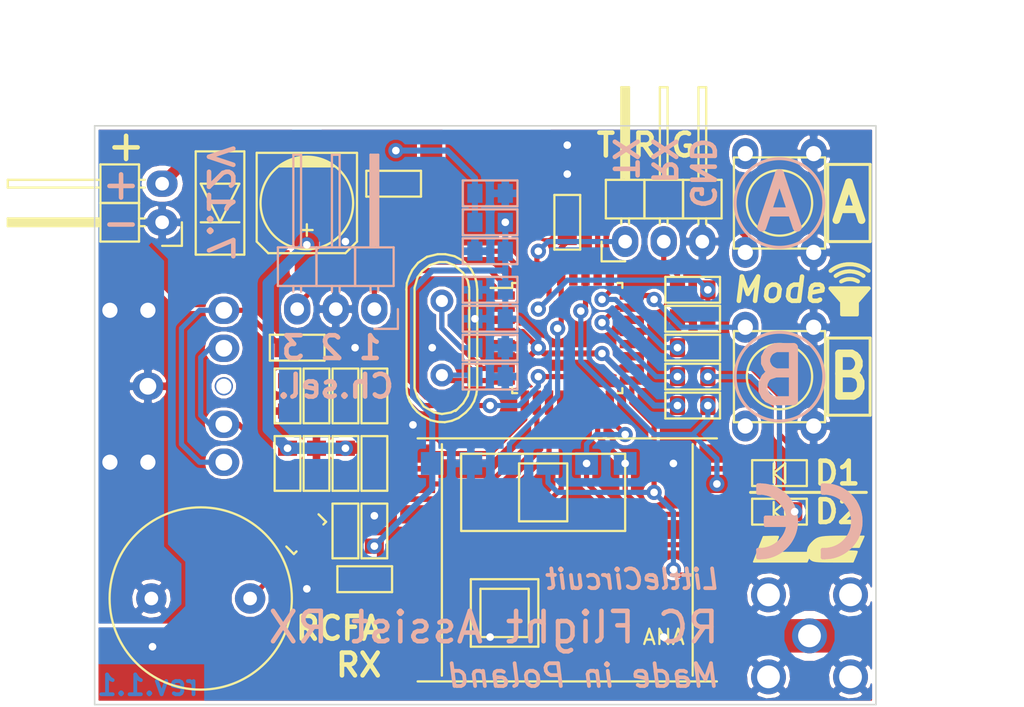
<source format=kicad_pcb>
(kicad_pcb (version 4) (host pcbnew 4.0.7)
  (layers (0 F.Cu signal) (31 B.Cu signal) (34 B.Paste user) (35 F.Paste user) (36 B.SilkS user) (37 F.SilkS user) (38 B.Mask user) (39 F.Mask user) (44 Edge.Cuts user))
  (net 0 "")
  (net 1 +BATT)
  (net 2 GND)
  (net 3 +3V3)
  (net 4 "Net-(D2-Pad2)")
  (net 5 MISO)
  (net 6 INT_FNE)
  (net 7 INT_MR)
  (net 8 INT_PS)
  (net 9 RESET)
  (net 10 SCK)
  (net 11 MOSI)
  (net 12 SS)
  (net 13 FQ_1)
  (net 14 FQ_2)
  (net 15 L_RX)
  (net 16 H_RX)
  (net 17 BUZZER)
  (net 18 "Net-(R2-Pad1)")
  (net 19 "Net-(D3-Pad2)")
  (net 20 LED_2)
  (net 21 LED_1)
  (net 22 BTN_2)
  (net 23 BTN_1)
  (net 24 XTAL1)
  (net 25 XTAL2)
  (net 26 /ANA)
  (net 27 RST)
  (net 28 "Net-(D1-Pad2)")
  (net 29 TX)
  (net 30 "Net-(C10-Pad2)")
  (net 31 "Net-(C9-Pad1)")
  (net 32 "Net-(C10-Pad1)")
  (net 33 AMPL)
  (net 34 "Net-(C12-Pad1)")
  (net 35 "Net-(C12-Pad2)")
  (module Footprints:B3F_10XX (layer F.Cu) (at 151.765 81.28 270)
    (fp_text reference S2)
    (fp_text value SM612A hide)
    (pad 1 thru_hole oval (at -3.25 -2.25 270) (size 2.032 1.7272) (drill 1) (layers *.Cu B.Mask) (net 2 GND))
    (pad 2 thru_hole oval (at 3.25 -2.25 270) (size 2.032 1.7272) (drill 1) (layers *.Cu B.Mask) (net 2 GND))
    (pad 3 thru_hole oval (at 3.25 2.25 270) (size 2.032 1.7272) (drill 1) (layers *.Cu B.Mask))
    (pad 4 thru_hole oval (at -3.25 2.25 270) (size 2.032 1.7272) (drill 1) (layers *.Cu B.Mask) (net 22 BTN_2))
  )
  (module Footprints:C_0805 (layer F.Cu) (at 123.19 91.44 270)
    (fp_text reference C12 hide)
    (fp_text value 10uF)
    (pad 1 smd rect (at -1 0 270) (size 1 1.25) (layers F.Cu F.Paste F.Mask) (net 34 "Net-(C12-Pad1)"))
    (pad 2 smd rect (at 1 0 270) (size 1 1.25) (layers F.Cu F.Paste F.Mask) (net 35 "Net-(C12-Pad2)"))
  )
  (module Footprints:JC-128 (layer F.Cu) (at 115.185 81.915 90)
    (fp_text reference U3 hide)
    (fp_text value JC-128)
    (pad "" thru_hole circle (at 0 0 90) (size 1.2 1.2) (drill 1) (layers *.Cu))
    (pad 3 thru_hole oval (at -2.5 0 90) (size 1.8 2.032) (drill 1.1) (layers *.Cu B.Mask) (net 33 AMPL))
    (pad 4 thru_hole oval (at 2.5 0 90) (size 1.8 2.032) (drill 1.1) (layers *.Cu B.Mask) (net 33 AMPL))
    (pad 5 thru_hole oval (at 5 0 90) (size 1.8 2.032) (drill 1.1) (layers *.Cu B.Mask) (net 30 "Net-(C10-Pad2)"))
    (pad 2 thru_hole oval (at -5 0 90) (size 1.8 2.032) (drill 1.1) (layers *.Cu B.Mask) (net 30 "Net-(C10-Pad2)"))
    (pad 1 thru_hole oval (at 0 -5 90) (size 1.8 2.032) (drill 1.1) (layers *.Cu B.Mask) (net 2 GND))
    (pad 1 thru_hole circle (at -5 -5 90) (size 1.2 1.2) (drill 1) (layers *.Cu) (net 2 GND))
    (pad 1 thru_hole circle (at 5 -5 90) (size 1.2 1.2) (drill 1) (layers *.Cu) (net 2 GND))
    (pad 1 thru_hole circle (at -5 -7.5 90) (size 1.2 1.2) (drill 1) (layers *.Cu) (net 2 GND))
    (pad 1 thru_hole circle (at 5 -7.5 90) (size 1.2 1.2) (drill 1) (layers *.Cu) (net 2 GND))
  )
  (module Crystals:Crystal_HC49-U_Vertical (layer F.Cu) (at 129.54 78.74 270)
    (fp_text reference Y1 hide)
    (fp_text value 11.0592MHz)
    (pad 1 thru_hole circle (at -2.44094 0 270) (size 1.5 1.5) (drill 0.8001) (layers *.Cu B.Mask) (net 24 XTAL1))
    (pad 2 thru_hole circle (at 2.44094 0 270) (size 1.5 1.5) (drill 0.8001) (layers *.Cu B.Mask) (net 25 XTAL2))
  )
  (module Capacitors_SMD:c_elec_6.3x5.3 (layer F.Cu) (at 120.65 69.85 270)
    (fp_text reference C11 hide)
    (fp_text value 100uF)
    (pad 1 smd rect (at 2.75082 0 270) (size 3.59918 1.6002) (layers F.Cu F.Paste F.Mask) (net 1 +BATT))
    (pad 2 smd rect (at -2.75082 0 270) (size 3.59918 1.6002) (layers F.Cu F.Paste F.Mask) (net 2 GND))
  )
  (module Footprints:C_0805 (layer B.Cu) (at 132.715 77.47 180)
    (fp_text reference C1 hide)
    (fp_text value 100nF)
    (pad 1 smd rect (at -1 0 180) (size 1 1.25) (layers B.Cu B.Paste B.Mask) (net 3 +3V3))
    (pad 2 smd rect (at 1 0 180) (size 1 1.25) (layers B.Cu B.Paste B.Mask) (net 2 GND))
  )
  (module Footprints:LM317_DPAK (layer F.Cu) (at 130.81 68.58 270)
    (fp_text reference U1 hide)
    (fp_text value LM317D)
    (pad 3 smd rect (at 2.18 4.3 270) (size 1.55 2.78) (layers F.Cu F.Paste F.Mask) (net 1 +BATT))
    (pad 2 smd rect (at 0 -2.335 270) (size 6.74 6.73) (layers F.Cu F.Paste F.Mask) (net 3 +3V3))
    (pad 1 smd rect (at -2.18 4.3 270) (size 1.55 2.78) (layers F.Cu F.Paste F.Mask) (net 18 "Net-(R2-Pad1)"))
  )
  (module Footprints:R_0805 (layer B.Cu) (at 132.715 71.12 180)
    (fp_text reference R3 hide)
    (fp_text value 240)
    (pad 1 smd rect (at -1 0 180) (size 1 1.25) (layers B.Cu B.Paste B.Mask) (net 3 +3V3))
    (pad 2 smd rect (at 1 0 180) (size 1 1.25) (layers B.Cu B.Paste B.Mask) (net 18 "Net-(R2-Pad1)"))
  )
  (module Pin_Headers:Pin_Header_Angled_1x02 (layer F.Cu) (at 111.125 71.12 180)
    (fp_text reference P1 hide)
    (fp_text value CONN_01X02 hide)
    (pad 1 thru_hole oval (at 0 0 180) (size 2.032 1.7272) (drill 0.9) (layers *.Cu *.Mask) (net 2 GND))
    (pad 2 thru_hole oval (at 0 2.54 180) (size 2.032 1.7272) (drill 0.9) (layers *.Cu *.Mask) (net 28 "Net-(D1-Pad2)"))
  )
  (module Housings_QFP:TQFP-32_7x7mm_Pitch0.8mm (layer F.Cu) (at 137.795 78.74)
    (fp_text reference IC1 hide)
    (fp_text value ATMEGA168PA-A)
    (pad 1 smd rect (at -4.25 -2.8) (size 1.6 0.55) (layers F.Cu F.Paste F.Mask) (net 13 FQ_1))
    (pad 2 smd rect (at -4.25 -2) (size 1.6 0.55) (layers F.Cu F.Paste F.Mask))
    (pad 3 smd rect (at -4.25 -1.2) (size 1.6 0.55) (layers F.Cu F.Paste F.Mask) (net 2 GND))
    (pad 4 smd rect (at -4.25 -0.4) (size 1.6 0.55) (layers F.Cu F.Paste F.Mask) (net 3 +3V3))
    (pad 5 smd rect (at -4.25 0.4) (size 1.6 0.55) (layers F.Cu F.Paste F.Mask) (net 2 GND))
    (pad 6 smd rect (at -4.25 1.2) (size 1.6 0.55) (layers F.Cu F.Paste F.Mask) (net 3 +3V3))
    (pad 7 smd rect (at -4.25 2) (size 1.6 0.55) (layers F.Cu F.Paste F.Mask) (net 24 XTAL1))
    (pad 8 smd rect (at -4.25 2.8) (size 1.6 0.55) (layers F.Cu F.Paste F.Mask) (net 25 XTAL2))
    (pad 9 smd rect (at -2.8 4.25 90) (size 1.6 0.55) (layers F.Cu F.Paste F.Mask) (net 9 RESET))
    (pad 10 smd rect (at -2 4.25 90) (size 1.6 0.55) (layers F.Cu F.Paste F.Mask) (net 8 INT_PS))
    (pad 11 smd rect (at -1.2 4.25 90) (size 1.6 0.55) (layers F.Cu F.Paste F.Mask) (net 6 INT_FNE))
    (pad 12 smd rect (at -0.4 4.25 90) (size 1.6 0.55) (layers F.Cu F.Paste F.Mask) (net 7 INT_MR))
    (pad 13 smd rect (at 0.4 4.25 90) (size 1.6 0.55) (layers F.Cu F.Paste F.Mask) (net 17 BUZZER))
    (pad 14 smd rect (at 1.2 4.25 90) (size 1.6 0.55) (layers F.Cu F.Paste F.Mask))
    (pad 15 smd rect (at 2 4.25 90) (size 1.6 0.55) (layers F.Cu F.Paste F.Mask) (net 11 MOSI))
    (pad 16 smd rect (at 2.8 4.25 90) (size 1.6 0.55) (layers F.Cu F.Paste F.Mask) (net 5 MISO))
    (pad 17 smd rect (at 4.25 2.8) (size 1.6 0.55) (layers F.Cu F.Paste F.Mask) (net 10 SCK))
    (pad 18 smd rect (at 4.25 2) (size 1.6 0.55) (layers F.Cu F.Paste F.Mask) (net 3 +3V3))
    (pad 19 smd rect (at 4.25 1.2) (size 1.6 0.55) (layers F.Cu F.Paste F.Mask))
    (pad 20 smd rect (at 4.25 0.4) (size 1.6 0.55) (layers F.Cu F.Paste F.Mask))
    (pad 21 smd rect (at 4.25 -0.4) (size 1.6 0.55) (layers F.Cu F.Paste F.Mask) (net 2 GND))
    (pad 22 smd rect (at 4.25 -1.2) (size 1.6 0.55) (layers F.Cu F.Paste F.Mask))
    (pad 23 smd rect (at 4.25 -2) (size 1.6 0.55) (layers F.Cu F.Paste F.Mask) (net 21 LED_1))
    (pad 24 smd rect (at 4.25 -2.8) (size 1.6 0.55) (layers F.Cu F.Paste F.Mask) (net 22 BTN_2))
    (pad 25 smd rect (at 2.8 -4.25 90) (size 1.6 0.55) (layers F.Cu F.Paste F.Mask) (net 20 LED_2))
    (pad 26 smd rect (at 2 -4.25 90) (size 1.6 0.55) (layers F.Cu F.Paste F.Mask) (net 23 BTN_1))
    (pad 27 smd rect (at 1.2 -4.25 90) (size 1.6 0.55) (layers F.Cu F.Paste F.Mask) (net 12 SS))
    (pad 28 smd rect (at 0.4 -4.25 90) (size 1.6 0.55) (layers F.Cu F.Paste F.Mask))
    (pad 29 smd rect (at -0.4 -4.25 90) (size 1.6 0.55) (layers F.Cu F.Paste F.Mask) (net 27 RST))
    (pad 30 smd rect (at -1.2 -4.25 90) (size 1.6 0.55) (layers F.Cu F.Paste F.Mask) (net 15 L_RX))
    (pad 31 smd rect (at -2 -4.25 90) (size 1.6 0.55) (layers F.Cu F.Paste F.Mask) (net 29 TX))
    (pad 32 smd rect (at -2.8 -4.25 90) (size 1.6 0.55) (layers F.Cu F.Paste F.Mask) (net 14 FQ_2))
  )
  (module Pin_Headers:Pin_Header_Angled_1x03 (layer B.Cu) (at 125.095 76.835 90)
    (fp_text reference P3 hide)
    (fp_text value CONN_01X03 hide)
    (pad 1 thru_hole oval (at 0 0 90) (size 2.032 1.7272) (drill 0.9) (layers *.Cu F.Mask) (net 13 FQ_1))
    (pad 2 thru_hole oval (at 0 -2.54 90) (size 2.032 1.7272) (drill 0.9) (layers *.Cu F.Mask) (net 2 GND))
    (pad 3 thru_hole oval (at 0 -5.08 90) (size 2.032 1.7272) (drill 0.9) (layers *.Cu F.Mask) (net 14 FQ_2))
  )
  (module Pin_Headers:Pin_Header_Angled_1x03 (layer F.Cu) (at 141.605 72.39 90)
    (fp_text reference P2 hide)
    (fp_text value CONN_01X03 hide)
    (pad 1 thru_hole oval (at 0 0 90) (size 2.032 1.7272) (drill 0.9) (layers *.Cu B.Mask) (net 29 TX))
    (pad 2 thru_hole oval (at 0 2.54 90) (size 2.032 1.7272) (drill 0.9) (layers *.Cu B.Mask) (net 16 H_RX))
    (pad 3 thru_hole oval (at 0 5.08 90) (size 2.032 1.7272) (drill 0.9) (layers *.Cu B.Mask) (net 2 GND))
  )
  (module Footprints:1Pin (layer F.Cu) (at 153.741 98.345)
    (fp_text reference P4 hide)
    (fp_text value CONN_01X01 hide)
    (pad 1 smd rect (at 0 0) (size 6.5 2.2) (layers F.Cu F.Mask) (net 26 /ANA) (clearance 0.5))
  )
  (module Footprints:1Pin (layer F.Cu) (at 139.065 86.995)
    (fp_text reference P6 hide)
    (fp_text value CONN_01X01 hide)
    (pad 1 smd rect (at 0 0) (size 1.5 1.5) (layers B.Cu B.Mask) (net 5 MISO))
  )
  (module Footprints:1Pin (layer F.Cu) (at 141.605 86.995)
    (fp_text reference P7 hide)
    (fp_text value CONN_01X01 hide)
    (pad 1 smd rect (at 0 0) (size 1.5 1.5) (layers B.Cu B.Mask) (net 11 MOSI))
  )
  (module Footprints:1Pin (layer F.Cu) (at 136.525 86.995)
    (fp_text reference P8 hide)
    (fp_text value CONN_01X01 hide)
    (pad 1 smd rect (at 0 0) (size 1.5 1.5) (layers B.Cu B.Mask) (net 10 SCK))
  )
  (module Footprints:1Pin (layer F.Cu) (at 133.985 86.995)
    (fp_text reference P9 hide)
    (fp_text value CONN_01X01 hide)
    (pad 1 smd rect (at 0 0) (size 1.5 1.5) (layers B.Cu B.Mask) (net 27 RST))
  )
  (module Footprints:1Pin (layer F.Cu) (at 128.905 86.995)
    (fp_text reference P10 hide)
    (fp_text value CONN_01X01 hide)
    (pad 1 smd rect (at 0 0) (size 1.5 1.5) (layers B.Cu B.Mask) (net 3 +3V3))
  )
  (module Footprints:1Pin (layer F.Cu) (at 131.445 86.995)
    (fp_text reference P11 hide)
    (fp_text value CONN_01X01 hide)
    (pad 1 smd rect (at 0 0) (size 1.5 1.5) (layers B.Cu B.Mask) (net 2 GND))
  )
  (module Footprints:B3F_10XX (layer F.Cu) (at 151.765 69.85 270)
    (fp_text reference S1)
    (fp_text value SM612A hide)
    (pad 1 thru_hole oval (at -3.25 -2.25 270) (size 2.032 1.7272) (drill 1) (layers *.Cu B.Mask) (net 2 GND))
    (pad 2 thru_hole oval (at 3.25 -2.25 270) (size 2.032 1.7272) (drill 1) (layers *.Cu B.Mask) (net 2 GND))
    (pad 3 thru_hole oval (at 3.25 2.25 270) (size 2.032 1.7272) (drill 1) (layers *.Cu B.Mask) (net 23 BTN_1))
    (pad 4 thru_hole oval (at -3.25 2.25 270) (size 2.032 1.7272) (drill 1) (layers *.Cu B.Mask))
  )
  (module Footprints:BUZZER_12x6.5 (layer F.Cu) (at 113.665 95.885 180)
    (fp_text reference SP1)
    (fp_text value "LD-BZEN-1212 6-15V" hide)
    (pad 1 thru_hole circle (at -3.25 0 180) (size 2 2) (drill 0.9) (layers *.Cu B.Mask) (net 35 "Net-(C12-Pad2)"))
    (pad 2 thru_hole circle (at 3.25 0 180) (size 2 2) (drill 0.9) (layers *.Cu B.Mask) (net 2 GND))
  )
  (module Footprints:1Pin (layer F.Cu) (at 144.78 86.995)
    (fp_text reference P18 hide)
    (fp_text value CONN_01X01 hide)
    (pad 1 thru_hole circle (at 0 0) (size 0.7 0.7) (drill 0.5) (layers *.Cu) (net 2 GND))
  )
  (module Footprints:1Pin (layer F.Cu) (at 132.715 98.425)
    (fp_text reference P19 hide)
    (fp_text value CONN_01X01 hide)
    (pad 1 thru_hole circle (at 0 0) (size 0.7 0.7) (drill 0.5) (layers *.Cu) (net 2 GND))
  )
  (module Footprints:1Pin (layer F.Cu) (at 144.145 98.425)
    (fp_text reference P20 hide)
    (fp_text value CONN_01X01 hide)
    (pad 1 thru_hole circle (at 0 0) (size 0.7 0.7) (drill 0.5) (layers *.Cu) (net 2 GND))
  )
  (module Footprints:1Pin (layer F.Cu) (at 123.825 79.375)
    (fp_text reference P21 hide)
    (fp_text value CONN_01X01 hide)
    (pad 1 thru_hole circle (at 0 0) (size 0.7 0.7) (drill 0.5) (layers *.Cu) (net 2 GND))
  )
  (module Footprints:1Pin (layer F.Cu) (at 123.825 93.98)
    (fp_text reference P22 hide)
    (fp_text value CONN_01X01 hide)
    (pad 1 thru_hole circle (at 1.27 -3.54) (size 0.7 0.7) (drill 0.5) (layers *.Cu) (net 2 GND))
  )
  (module Footprints:1Pin (layer F.Cu) (at 127.635 84.455)
    (fp_text reference P23 hide)
    (fp_text value CONN_01X01 hide)
    (pad 1 thru_hole circle (at 0 0) (size 0.7 0.7) (drill 0.5) (layers *.Cu) (net 2 GND))
  )
  (module Footprints:1Pin (layer F.Cu) (at 110.49 99.06)
    (fp_text reference P5 hide)
    (fp_text value CONN_01X01 hide)
    (pad 1 thru_hole circle (at 0 0) (size 0.7 0.7) (drill 0.5) (layers *.Cu) (net 2 GND))
  )
  (module Footprints:1Pin (layer F.Cu) (at 120.65 95.25)
    (fp_text reference P24 hide)
    (fp_text value CONN_01X01 hide)
    (pad 1 thru_hole circle (at 0 0) (size 0.7 0.7) (drill 0.5) (layers *.Cu) (net 2 GND))
  )
  (module Footprints:1Pin (layer F.Cu) (at 123.19 72.39)
    (fp_text reference P26 hide)
    (fp_text value CONN_01X01 hide)
    (pad 1 thru_hole circle (at 0 0) (size 0.7 0.7) (drill 0.5) (layers *.Cu) (net 2 GND))
  )
  (module Footprints:1Pin (layer F.Cu) (at 137.795 66.04)
    (fp_text reference P27 hide)
    (fp_text value CONN_01X01 hide)
    (pad 1 thru_hole circle (at 0 0) (size 0.7 0.7) (drill 0.5) (layers *.Cu) (net 2 GND))
  )
  (module Footprints:1Pin (layer F.Cu) (at 130.175 77.47)
    (fp_text reference P28 hide)
    (fp_text value CONN_01X01 hide)
    (pad 1 thru_hole circle (at 1.54 0) (size 0.7 0.7) (drill 0.5) (layers *.Cu) (net 2 GND) (clearance 0.5))
  )
  (module Footprints:1Pin (layer F.Cu) (at 128.905 79.375)
    (fp_text reference P29 hide)
    (fp_text value CONN_01X01 hide)
    (pad 1 thru_hole circle (at 0 0) (size 0.7 0.7) (drill 0.5) (layers *.Cu) (net 2 GND))
  )
  (module Footprints:1Pin (layer F.Cu) (at 137.795 67.945)
    (fp_text reference P30 hide)
    (fp_text value CONN_01X01 hide)
    (pad 1 thru_hole circle (at 0 0) (size 0.7 0.7) (drill 0.5) (layers *.Cu) (net 2 GND))
  )
  (module Footprints:speaker (layer F.Cu) (at 156.337 75.565 90)
    (fp_text reference G*** hide)
    (fp_text value LOGO hide)
  )
  (module Footprints:lc (layer F.Cu) (at 153.67 92.71)
    (fp_text reference G*** hide)
    (fp_text value LOGO hide)
  )
  (module Footprints:C_0805 (layer B.Cu) (at 132.715 75.565 180)
    (fp_text reference C2 hide)
    (fp_text value 1uF)
    (pad 1 smd rect (at -1 0 180) (size 1 1.25) (layers B.Cu B.Paste B.Mask) (net 3 +3V3))
    (pad 2 smd rect (at 1 0 180) (size 1 1.25) (layers B.Cu B.Paste B.Mask) (net 2 GND))
  )
  (module Footprints:C_0805 (layer B.Cu) (at 132.715 79.375 180)
    (fp_text reference C3 hide)
    (fp_text value 22pF)
    (pad 1 smd rect (at -1 0 180) (size 1 1.25) (layers B.Cu B.Paste B.Mask) (net 2 GND))
    (pad 2 smd rect (at 1 0 180) (size 1 1.25) (layers B.Cu B.Paste B.Mask) (net 24 XTAL1))
  )
  (module Footprints:C_0805 (layer B.Cu) (at 132.715 81.28 180)
    (fp_text reference C4 hide)
    (fp_text value 22pF)
    (pad 1 smd rect (at -1 0 180) (size 1 1.25) (layers B.Cu B.Paste B.Mask) (net 2 GND))
    (pad 2 smd rect (at 1 0 180) (size 1 1.25) (layers B.Cu B.Paste B.Mask) (net 25 XTAL2))
  )
  (module Footprints:C_0805 (layer F.Cu) (at 126.365 68.58)
    (fp_text reference C5 hide)
    (fp_text value 100nF)
    (pad 1 smd rect (at -1 0) (size 1 1.25) (layers F.Cu F.Paste F.Mask) (net 1 +BATT))
    (pad 2 smd rect (at 1 0) (size 1 1.25) (layers F.Cu F.Paste F.Mask) (net 2 GND))
  )
  (module Footprints:C_0805 (layer B.Cu) (at 132.715 73.025 180)
    (fp_text reference C6 hide)
    (fp_text value 100nF)
    (pad 1 smd rect (at -1 0 180) (size 1 1.25) (layers B.Cu B.Paste B.Mask) (net 3 +3V3))
    (pad 2 smd rect (at 1 0 180) (size 1 1.25) (layers B.Cu B.Paste B.Mask) (net 2 GND))
  )
  (module Footprints:C_0805 (layer F.Cu) (at 125.095 91.44 270)
    (fp_text reference C7 hide)
    (fp_text value 1uF)
    (pad 1 smd rect (at -1 0 270) (size 1 1.25) (layers F.Cu F.Paste F.Mask) (net 2 GND))
    (pad 2 smd rect (at 1 0 270) (size 1 1.25) (layers F.Cu F.Paste F.Mask) (net 3 +3V3))
  )
  (module Footprints:C_0805 (layer F.Cu) (at 124.46 94.615)
    (fp_text reference C8 hide)
    (fp_text value 100nF)
    (pad 1 smd rect (at -1 0) (size 1 1.25) (layers F.Cu F.Paste F.Mask) (net 2 GND))
    (pad 2 smd rect (at 1 0) (size 1 1.25) (layers F.Cu F.Paste F.Mask) (net 3 +3V3))
  )
  (module Footprints:C_0805 (layer F.Cu) (at 123.19 82.55 90)
    (fp_text reference C9 hide)
    (fp_text value 220nF)
    (pad 1 smd rect (at -1 0 90) (size 1 1.25) (layers F.Cu F.Paste F.Mask) (net 31 "Net-(C9-Pad1)"))
    (pad 2 smd rect (at 1 0 90) (size 1 1.25) (layers F.Cu F.Paste F.Mask) (net 2 GND))
  )
  (module Footprints:C_0805 (layer F.Cu) (at 120.015 79.375 180)
    (fp_text reference C10 hide)
    (fp_text value 1uF)
    (pad 1 smd rect (at -1 0 180) (size 1 1.25) (layers F.Cu F.Paste F.Mask) (net 32 "Net-(C10-Pad1)"))
    (pad 2 smd rect (at 1 0 180) (size 1 1.25) (layers F.Cu F.Paste F.Mask) (net 30 "Net-(C10-Pad2)"))
  )
  (module Footprints:C_0805 (layer F.Cu) (at 119.38 82.55 270)
    (fp_text reference C13 hide)
    (fp_text value 220nF)
    (pad 1 smd rect (at -1 0 270) (size 1 1.25) (layers F.Cu F.Paste F.Mask) (net 32 "Net-(C10-Pad1)"))
    (pad 2 smd rect (at 1 0 270) (size 1 1.25) (layers F.Cu F.Paste F.Mask) (net 2 GND))
  )
  (module Footprints:R_0805 (layer F.Cu) (at 137.795 71.12 270)
    (fp_text reference R1 hide)
    (fp_text value 10K)
    (pad 1 smd rect (at -1 0 270) (size 1 1.25) (layers F.Cu F.Paste F.Mask) (net 3 +3V3))
    (pad 2 smd rect (at 1 0 270) (size 1 1.25) (layers F.Cu F.Paste F.Mask) (net 27 RST))
  )
  (module Footprints:R_0805 (layer B.Cu) (at 132.715 69.215)
    (fp_text reference R2 hide)
    (fp_text value 390)
    (pad 1 smd rect (at -1 0) (size 1 1.25) (layers B.Cu B.Paste B.Mask) (net 18 "Net-(R2-Pad1)"))
    (pad 2 smd rect (at 1 0) (size 1 1.25) (layers B.Cu B.Paste B.Mask) (net 2 GND))
  )
  (module Footprints:R_0805 (layer F.Cu) (at 119.38 86.995 270)
    (fp_text reference R4 hide)
    (fp_text value 300K)
    (pad 1 smd rect (at -1 0 270) (size 1 1.25) (layers F.Cu F.Paste F.Mask) (net 1 +BATT))
    (pad 2 smd rect (at 1 0 270) (size 1 1.25) (layers F.Cu F.Paste F.Mask) (net 33 AMPL))
  )
  (module Footprints:R_0805 (layer F.Cu) (at 146.05 81.28 180)
    (fp_text reference R5 hide)
    (fp_text value 130)
    (pad 1 smd rect (at -1 0 180) (size 1 1.25) (layers F.Cu F.Paste F.Mask) (net 4 "Net-(D2-Pad2)"))
    (pad 2 smd rect (at 1 0 180) (size 1 1.25) (layers F.Cu F.Paste F.Mask) (net 21 LED_1))
  )
  (module Footprints:R_0805 (layer F.Cu) (at 146.05 79.375 180)
    (fp_text reference R6 hide)
    (fp_text value 130)
    (pad 1 smd rect (at -1 0 180) (size 1 1.25) (layers F.Cu F.Paste F.Mask) (net 19 "Net-(D3-Pad2)"))
    (pad 2 smd rect (at 1 0 180) (size 1 1.25) (layers F.Cu F.Paste F.Mask) (net 20 LED_2))
  )
  (module Footprints:R_0805 (layer F.Cu) (at 121.285 86.995 90)
    (fp_text reference R7 hide)
    (fp_text value 12K)
    (pad 1 smd rect (at -1 0 90) (size 1 1.25) (layers F.Cu F.Paste F.Mask) (net 33 AMPL))
    (pad 2 smd rect (at 1 0 90) (size 1 1.25) (layers F.Cu F.Paste F.Mask) (net 2 GND))
  )
  (module Footprints:R_0805 (layer F.Cu) (at 146.05 75.565 180)
    (fp_text reference R8 hide)
    (fp_text value 10K)
    (pad 1 smd rect (at -1 0 180) (size 1 1.25) (layers F.Cu F.Paste F.Mask) (net 15 L_RX))
    (pad 2 smd rect (at 1 0 180) (size 1 1.25) (layers F.Cu F.Paste F.Mask) (net 16 H_RX))
  )
  (module Footprints:R_0805 (layer F.Cu) (at 146.05 77.47 180)
    (fp_text reference R9 hide)
    (fp_text value 20K)
    (pad 1 smd rect (at -1 0 180) (size 1 1.25) (layers F.Cu F.Paste F.Mask) (net 15 L_RX))
    (pad 2 smd rect (at 1 0 180) (size 1 1.25) (layers F.Cu F.Paste F.Mask) (net 2 GND))
  )
  (module Footprints:R_0805 (layer F.Cu) (at 146.05 83.185)
    (fp_text reference R10 hide)
    (fp_text value 10K)
    (pad 1 smd rect (at -1 0) (size 1 1.25) (layers F.Cu F.Paste F.Mask) (net 3 +3V3))
    (pad 2 smd rect (at 1 0) (size 1 1.25) (layers F.Cu F.Paste F.Mask) (net 12 SS))
  )
  (module Footprints:R_0805 (layer F.Cu) (at 121.285 82.55 90)
    (fp_text reference R11 hide)
    (fp_text value 390)
    (pad 1 smd rect (at -1 0 90) (size 1 1.25) (layers F.Cu F.Paste F.Mask) (net 31 "Net-(C9-Pad1)"))
    (pad 2 smd rect (at 1 0 90) (size 1 1.25) (layers F.Cu F.Paste F.Mask) (net 32 "Net-(C10-Pad1)"))
  )
  (module Footprints:R_0805 (layer F.Cu) (at 125.095 82.55 270)
    (fp_text reference R12 hide)
    (fp_text value 390)
    (pad 1 smd rect (at -1 0 270) (size 1 1.25) (layers F.Cu F.Paste F.Mask) (net 17 BUZZER))
    (pad 2 smd rect (at 1 0 270) (size 1 1.25) (layers F.Cu F.Paste F.Mask) (net 31 "Net-(C9-Pad1)"))
  )
  (module Footprints:R_0805 (layer F.Cu) (at 123.19 86.995 90)
    (fp_text reference R13 hide)
    (fp_text value 2K)
    (pad 1 smd rect (at -1 0 90) (size 1 1.25) (layers F.Cu F.Paste F.Mask) (net 34 "Net-(C12-Pad1)"))
    (pad 2 smd rect (at 1 0 90) (size 1 1.25) (layers F.Cu F.Paste F.Mask) (net 1 +BATT))
  )
  (module Footprints:MELF_Standard (layer F.Cu) (at 114.935 69.85 90)
    (fp_text reference D1 hide)
    (fp_text value SM4007)
    (pad 1 smd rect (at -2.4003 0 90) (size 1.50114 2.70002) (layers F.Cu F.Paste F.Mask) (net 1 +BATT))
    (pad 2 smd rect (at 2.4003 0 90) (size 1.50114 2.70002) (layers F.Cu F.Paste F.Mask) (net 28 "Net-(D1-Pad2)"))
  )
  (module Footprints:R_0805 (layer F.Cu) (at 125.095 86.995 270)
    (fp_text reference R14 hide)
    (fp_text value 2K)
    (pad 1 smd rect (at -1 0 270) (size 1 1.25) (layers F.Cu F.Paste F.Mask) (net 1 +BATT))
    (pad 2 smd rect (at 1 0 270) (size 1 1.25) (layers F.Cu F.Paste F.Mask) (net 34 "Net-(C12-Pad1)"))
  )
  (module Footprints:LED_0805 (layer F.Cu) (at 151.765 90.17)
    (fp_text reference D2 hide)
    (fp_text value LED0805W-RD-160)
    (pad 1 smd rect (at -1 0) (size 1 1.25) (layers F.Cu F.Paste F.Mask) (net 2 GND))
    (pad 2 smd rect (at 1 0) (size 1 1.25) (layers F.Cu F.Paste F.Mask) (net 4 "Net-(D2-Pad2)"))
  )
  (module Footprints:LED_0805 (layer F.Cu) (at 151.765 87.63)
    (fp_text reference D3 hide)
    (fp_text value LED0805W-YL-160)
    (pad 1 smd rect (at -1 0) (size 1 1.25) (layers F.Cu F.Paste F.Mask) (net 2 GND))
    (pad 2 smd rect (at 1 0) (size 1 1.25) (layers F.Cu F.Paste F.Mask) (net 19 "Net-(D3-Pad2)"))
  )
  (module Footprints:RFM69HW_SMD (layer F.Cu) (at 137.795 93.345)
    (fp_text reference RFM1 hide)
    (fp_text value RFM69HW)
    (fp_text user ANA (at 6.35 5.08) (layer F.SilkS))
    (pad 4 smd rect (at -9.85 -1) (size 2.3 1.2) (layers F.Cu F.Paste F.Mask) (net 6 INT_FNE))
    (pad 5 smd rect (at -9.85 1) (size 2.3 1.2) (layers F.Cu F.Paste F.Mask))
    (pad 3 smd rect (at -9.85 -3) (size 2.3 1.2) (layers F.Cu F.Paste F.Mask))
    (pad 6 smd rect (at -9.85 3) (size 2.3 1.2) (layers F.Cu F.Paste F.Mask) (net 7 INT_MR))
    (pad 2 smd rect (at -9.85 -5) (size 2.3 1.2) (layers F.Cu F.Paste F.Mask) (net 8 INT_PS))
    (pad 7 smd rect (at -9.85 5) (size 2.3 1.2) (layers F.Cu F.Paste F.Mask))
    (pad 1 smd rect (at -9.85 -7) (size 2.3 1.2) (layers F.Cu F.Paste F.Mask) (net 9 RESET))
    (pad 8 smd rect (at -9.85 7) (size 2.3 1.2) (layers F.Cu F.Paste F.Mask) (net 3 +3V3))
    (pad 9 smd rect (at 9.85 7) (size 2.3 1.2) (layers F.Cu F.Paste F.Mask) (net 2 GND))
    (pad 10 smd rect (at 9.85 5) (size 2.3 1.2) (layers F.Cu F.Paste F.Mask) (net 26 /ANA))
    (pad 11 smd rect (at 9.85 3) (size 2.3 1.2) (layers F.Cu F.Paste F.Mask) (net 2 GND))
    (pad 12 smd rect (at 9.85 1) (size 2.3 1.2) (layers F.Cu F.Paste F.Mask) (net 10 SCK))
    (pad 13 smd rect (at 9.85 -1) (size 2.3 1.2) (layers F.Cu F.Paste F.Mask) (net 5 MISO))
    (pad 14 smd rect (at 9.85 -3) (size 2.3 1.2) (layers F.Cu F.Paste F.Mask) (net 11 MOSI))
    (pad 15 smd rect (at 9.85 -5) (size 2.3 1.2) (layers F.Cu F.Paste F.Mask) (net 12 SS))
    (pad 16 smd rect (at 9.85 -7) (size 2.3 1.2) (layers F.Cu F.Paste F.Mask))
  )
  (module Footprints:SMA90 (layer F.Cu) (at 153.741 98.345 270)
    (fp_text reference J1 hide)
    (fp_text value SMA hide)
    (pad 1 thru_hole circle (at 0 0 270) (size 2.3 2.3) (drill 1.5) (layers *.Cu *.Mask) (net 26 /ANA) (clearance 0.5))
    (pad 3 thru_hole circle (at 2.70002 -2.70002 270) (size 2.3 2.3) (drill 1.5) (layers *.Cu *.Mask) (net 2 GND))
    (pad 2 thru_hole circle (at -2.70002 -2.70002 270) (size 2.3 2.3) (drill 1.5) (layers *.Cu *.Mask) (net 2 GND))
    (pad 5 thru_hole circle (at -2.70002 2.70002 270) (size 2.3 2.3) (drill 1.5) (layers *.Cu *.Mask) (net 2 GND))
    (pad 4 thru_hole circle (at 2.70002 2.70002 270) (size 2.3 2.3) (drill 1.5) (layers *.Cu *.Mask) (net 2 GND))
  )
  (module Footprints:BC847 (layer F.Cu) (at 120.396 91.44 225)
    (fp_text reference Q1 hide)
    (fp_text value BC847B)
    (pad 1 smd rect (at -0.95 1.00076 225) (size 0.8001 0.8001) (layers F.Cu F.Paste F.Mask) (net 33 AMPL))
    (pad 2 smd rect (at 0.95 1.00076 225) (size 0.8001 0.8001) (layers F.Cu F.Paste F.Mask) (net 2 GND))
    (pad 3 smd rect (at 0 -0.99822 225) (size 0.8001 0.8001) (layers F.Cu F.Paste F.Mask) (net 34 "Net-(C12-Pad1)"))
  )
  (module Symbols:Symbol_CE_SilkScreen_5mm (layer B.Cu) (at 153.67 90.805 180)
    (fp_text reference REF** hide)
    (fp_text value Symbol_CE_SilkScreen_5mm hide)
  )
  (gr_line (start 154.94 83.82) (end 157.734 83.82) (angle 90) (layer F.SilkS) (width 0.2))
  (gr_line (start 154.94 78.74) (end 157.734 78.74) (angle 90) (layer F.SilkS) (width 0.2))
  (gr_line (start 154.94 72.39) (end 157.734 72.39) (angle 90) (layer F.SilkS) (width 0.2))
  (gr_line (start 154.94 67.31) (end 157.734 67.31) (angle 90) (layer F.SilkS) (width 0.2))
  (gr_text LittleCircuit (at 147.955 94.615) (layer B.SilkS) (effects (font (size 1.3 1.3) (thickness 0.25) italic) (justify left mirror)))
  (gr_line (start 158.115 64.77) (end 106.68 64.77) (angle 90) (layer Edge.Cuts) (width 0.1))
  (gr_line (start 158.115 102.87) (end 106.68 102.87) (angle 90) (layer Edge.Cuts) (width 0.1))
  (gr_line (start 158.115 102.87) (end 158.115 64.77) (angle 90) (layer Edge.Cuts) (width 0.1))
  (gr_line (start 106.68 64.77) (end 106.68 102.87) (angle 90) (layer Edge.Cuts) (width 0.1))
  (gr_line (start 157.734 83.82) (end 157.734 78.74) (angle 90) (layer F.SilkS) (width 0.2))
  (gr_line (start 154.94 83.82) (end 154.94 78.74) (angle 90) (layer F.SilkS) (width 0.2))
  (gr_line (start 154.94 72.39) (end 154.94 67.31) (angle 90) (layer F.SilkS) (width 0.2))
  (gr_line (start 157.734 67.31) (end 157.734 72.39) (angle 90) (layer F.SilkS) (width 0.2))
  (gr_text "RCFA\nRX" (at 125.73 99.06) (layer F.SilkS) (effects (font (size 1.5 1.5) (thickness 0.3)) (justify right)))
  (gr_text Mode (at 151.765 75.565) (layer F.SilkS) (effects (font (size 1.6 1.6) (thickness 0.3) italic)))
  (gr_text G (at 145.415 66.04) (layer F.SilkS) (effects (font (size 1.5 1.5) (thickness 0.3))))
  (gr_text T (at 140.335 66.04) (layer F.SilkS) (effects (font (size 1.5 1.5) (thickness 0.3))))
  (gr_text R (at 142.875 66.04) (layer F.SilkS) (effects (font (size 1.5 1.5) (thickness 0.3))))
  (gr_circle (center 151.765 81.28) (end 154.686 81.28) (layer B.SilkS) (width 0.2))
  (gr_circle (center 151.765 69.85) (end 154.686 69.85) (layer B.SilkS) (width 0.2))
  (gr_text B (at 151.765 81.28) (layer B.SilkS) (effects (font (size 3.5 3.5) (thickness 0.6)) (justify mirror)))
  (gr_text A (at 151.765 69.85) (layer B.SilkS) (effects (font (size 3.5 3.5) (thickness 0.6)) (justify mirror)))
  (gr_line (start 149.86 88.9) (end 157.48 88.9) (angle 90) (layer F.SilkS) (width 0.2))
  (gr_text 1 (at 125.73 79.375) (layer B.SilkS) (effects (font (size 1.5 1.5) (thickness 0.3)) (justify left mirror)))
  (gr_text 2 (at 123.19 79.375) (layer B.SilkS) (effects (font (size 1.5 1.5) (thickness 0.3)) (justify left mirror)))
  (gr_text 3 (at 120.65 79.375) (layer B.SilkS) (effects (font (size 1.5 1.5) (thickness 0.3)) (justify left mirror)))
  (gr_text Ch.sel. (at 122.555 81.915) (layer B.SilkS) (effects (font (size 1.5 1.5) (thickness 0.3)) (justify mirror)))
  (gr_text GND (at 146.685 65.405 270) (layer B.SilkS) (effects (font (size 1.5 1.5) (thickness 0.3)) (justify right mirror)))
  (gr_text RX (at 144.145 65.405 270) (layer B.SilkS) (effects (font (size 1.5 1.5) (thickness 0.3)) (justify right mirror)))
  (gr_text TX (at 141.605 65.405 270) (layer B.SilkS) (effects (font (size 1.5 1.5) (thickness 0.3)) (justify right mirror)))
  (gr_text + (at 107.315 66.04) (layer F.SilkS) (effects (font (size 2 2) (thickness 0.3)) (justify left)))
  (gr_text + (at 109.855 68.58) (layer B.SilkS) (effects (font (size 2 2) (thickness 0.3)) (justify left mirror)))
  (gr_text 7..12V (at 114.935 69.85 270) (layer B.SilkS) (effects (font (size 1.6 1.6) (thickness 0.3)) (justify mirror)))
  (gr_text - (at 109.855 71.12) (layer B.SilkS) (effects (font (size 2 2) (thickness 0.3)) (justify left mirror)))
  (gr_text rev.1.1 (at 113.665 101.6) (layer B.Cu) (effects (font (size 1.3 1.3) (thickness 0.25)) (justify left mirror)))
  (gr_text A (at 156.337 69.85) (layer F.SilkS) (effects (font (size 2.5 2.5) (thickness 0.5))))
  (gr_text B (at 156.337 81.28) (layer F.SilkS) (effects (font (size 2.8 2.5) (thickness 0.5))))
  (gr_text D1 (at 155.575 87.63) (layer F.SilkS) (effects (font (size 1.5 1.5) (thickness 0.3))))
  (gr_text D2 (at 155.575 90.17) (layer F.SilkS) (effects (font (size 1.5 1.5) (thickness 0.3))))
  (gr_text "Made in Poland" (at 147.955 100.965) (layer B.SilkS) (effects (font (size 1.5 1.5) (thickness 0.25) italic) (justify left mirror)))
  (gr_text "RC Flight Assist RX" (at 147.955 97.79) (layer B.SilkS) (effects (font (size 2 2) (thickness 0.3)) (justify left mirror)))
  (segment (start 125.365 68.58) (end 125.365 69.615) (width 0.75) (layer F.Cu) (net 1))
  (segment (start 125.365 69.615) (end 126.51 70.76) (width 0.75) (layer F.Cu) (net 1))
  (segment (start 120.65 72.60082) (end 122.49082 70.76) (width 0.75) (layer F.Cu) (net 1))
  (segment (start 122.49082 70.76) (end 126.51 70.76) (width 0.75) (layer F.Cu) (net 1))
  (segment (start 119.38 85.995) (end 123.19 85.995) (width 0.75) (layer B.Cu) (net 1))
  (via (at 123.19 85.995) (size 1) (drill 0.5) (layers F.Cu B.Cu) (net 1))
  (segment (start 125.095 85.995) (end 123.19 85.995) (width 0.75) (layer F.Cu) (net 1))
  (segment (start 118.11 84.725) (end 119.38 85.995) (width 0.75) (layer B.Cu) (net 1))
  (via (at 119.38 85.995) (size 1) (drill 0.5) (layers F.Cu B.Cu) (net 1))
  (segment (start 118.11 75.14082) (end 120.65 72.60082) (width 0.75) (layer B.Cu) (net 1))
  (via (at 120.65 72.60082) (size 1) (drill 0.5) (layers F.Cu B.Cu) (net 1))
  (segment (start 118.11 75.14082) (end 118.11 84.725) (width 0.75) (layer B.Cu) (net 1))
  (segment (start 120.65 72.60082) (end 120.29948 72.2503) (width 0.75) (layer F.Cu) (net 1))
  (segment (start 114.935 72.2503) (end 120.29948 72.2503) (width 0.75) (layer F.Cu) (net 1))
  (segment (start 125.46 94.615) (end 125.46 99.425) (width 0.4) (layer F.Cu) (net 3))
  (segment (start 126.38 100.345) (end 127.945 100.345) (width 0.4) (layer F.Cu) (net 3))
  (segment (start 125.46 99.425) (end 126.38 100.345) (width 0.4) (layer F.Cu) (net 3))
  (segment (start 125.46 92.805) (end 125.46 94.615) (width 0.4) (layer F.Cu) (net 3))
  (via (at 145.05 83.185) (size 1) (drill 0.5) (layers F.Cu B.Cu) (net 3))
  (via (at 140.081 79.756) (size 1) (drill 0.5) (layers F.Cu B.Cu) (net 3))
  (segment (start 140.081 79.756) (end 143.51 83.185) (width 0.4) (layer B.Cu) (net 3))
  (segment (start 143.51 83.185) (end 145.05 83.185) (width 0.4) (layer B.Cu) (net 3))
  (via (at 133.715 71.12) (size 1) (drill 0.5) (layers F.Cu B.Cu) (net 3))
  (segment (start 133.715 71.12) (end 133.715 69.15) (width 0.4) (layer F.Cu) (net 3))
  (segment (start 133.715 69.15) (end 133.145 68.58) (width 0.4) (layer F.Cu) (net 3))
  (segment (start 133.715 73.025) (end 133.715 71.12) (width 0.4) (layer B.Cu) (net 3))
  (segment (start 133.715 74.295) (end 128.905 74.295) (width 0.4) (layer B.Cu) (net 3))
  (segment (start 127.635 82.55) (end 128.905 83.82) (width 0.4) (layer B.Cu) (net 3))
  (segment (start 128.905 83.82) (end 128.905 86.995) (width 0.4) (layer B.Cu) (net 3))
  (segment (start 127.635 75.565) (end 127.635 82.55) (width 0.4) (layer B.Cu) (net 3))
  (segment (start 128.905 74.295) (end 127.635 75.565) (width 0.4) (layer B.Cu) (net 3))
  (segment (start 133.715 73.025) (end 133.715 74.295) (width 0.4) (layer B.Cu) (net 3))
  (segment (start 133.715 74.295) (end 133.715 75.565) (width 0.4) (layer B.Cu) (net 3))
  (segment (start 137.795 70.12) (end 134.685 70.12) (width 0.4) (layer F.Cu) (net 3))
  (segment (start 134.685 70.12) (end 133.145 68.58) (width 0.4) (layer F.Cu) (net 3))
  (segment (start 125.095 92.44) (end 125.46 92.805) (width 0.4) (layer F.Cu) (net 3))
  (via (at 125.095 92.44) (size 1) (drill 0.5) (layers F.Cu B.Cu) (net 3))
  (segment (start 128.905 86.995) (end 128.905 88.63) (width 0.4) (layer B.Cu) (net 3))
  (segment (start 128.905 88.63) (end 125.095 92.44) (width 0.4) (layer B.Cu) (net 3))
  (segment (start 133.715 77.47) (end 134.62 77.47) (width 0.4) (layer B.Cu) (net 3))
  (segment (start 134.62 77.47) (end 135.89 78.74) (width 0.4) (layer B.Cu) (net 3))
  (segment (start 133.715 75.565) (end 133.715 77.47) (width 0.4) (layer B.Cu) (net 3))
  (segment (start 140.081 79.756) (end 141.065 80.74) (width 0.4) (layer F.Cu) (net 3))
  (segment (start 135.89 79.375) (end 136.271 79.756) (width 0.4) (layer F.Cu) (net 3))
  (segment (start 136.271 79.756) (end 140.081 79.756) (width 0.4) (layer F.Cu) (net 3))
  (via (at 135.89 79.375) (size 1) (drill 0.5) (layers F.Cu B.Cu) (net 3))
  (segment (start 135.89 78.74) (end 135.89 79.375) (width 0.4) (layer B.Cu) (net 3))
  (segment (start 135.89 79.375) (end 134.855 78.34) (width 0.4) (layer F.Cu) (net 3))
  (segment (start 134.855 78.34) (end 133.545 78.34) (width 0.4) (layer F.Cu) (net 3))
  (segment (start 135.89 79.375) (end 135.325 79.94) (width 0.4) (layer F.Cu) (net 3))
  (segment (start 141.065 80.74) (end 142.045 80.74) (width 0.4) (layer F.Cu) (net 3))
  (segment (start 135.325 79.94) (end 133.545 79.94) (width 0.4) (layer F.Cu) (net 3))
  (via (at 152.765 90.17) (size 1) (drill 0.5) (layers F.Cu B.Cu) (net 4))
  (segment (start 147.05 81.28) (end 149.86 81.28) (width 0.34) (layer B.Cu) (net 4))
  (segment (start 151.765 83.185) (end 149.86 81.28) (width 0.34) (layer B.Cu) (net 4))
  (via (at 147.05 81.28) (size 1) (drill 0.5) (layers F.Cu B.Cu) (net 4))
  (segment (start 151.765 89.17) (end 151.765 83.185) (width 0.34) (layer B.Cu) (net 4))
  (segment (start 151.765 89.17) (end 152.765 90.17) (width 0.34) (layer B.Cu) (net 4))
  (segment (start 147.645 92.345) (end 143.145 92.345) (width 0.34) (layer F.Cu) (net 5))
  (via (at 139.065 86.995) (size 1) (drill 0.5) (layers F.Cu B.Cu) (net 5))
  (segment (start 139.065 88.265) (end 143.145 92.345) (width 0.34) (layer F.Cu) (net 5))
  (segment (start 139.065 88.265) (end 139.065 86.995) (width 0.34) (layer F.Cu) (net 5))
  (segment (start 139.065 85.725) (end 139.065 86.995) (width 0.34) (layer B.Cu) (net 5))
  (segment (start 139.065 85.725) (end 139.7 85.09) (width 0.34) (layer B.Cu) (net 5))
  (segment (start 139.7 85.09) (end 141.605 85.09) (width 0.34) (layer B.Cu) (net 5))
  (via (at 141.605 85.09) (size 1) (drill 0.5) (layers F.Cu B.Cu) (net 5))
  (segment (start 140.595 84.08) (end 140.595 82.99) (width 0.34) (layer F.Cu) (net 5))
  (segment (start 140.595 84.08) (end 141.605 85.09) (width 0.34) (layer F.Cu) (net 5))
  (segment (start 127.945 92.345) (end 130.54 92.345) (width 0.34) (layer F.Cu) (net 6))
  (segment (start 130.54 92.345) (end 136.595 86.29) (width 0.34) (layer F.Cu) (net 6))
  (segment (start 136.595 86.29) (end 136.595 82.99) (width 0.34) (layer F.Cu) (net 6))
  (segment (start 127.945 96.345) (end 129.715 96.345) (width 0.34) (layer F.Cu) (net 7))
  (segment (start 129.715 96.345) (end 137.395 88.665) (width 0.34) (layer F.Cu) (net 7))
  (segment (start 137.395 88.665) (end 137.395 82.99) (width 0.34) (layer F.Cu) (net 7))
  (segment (start 135.795 82.99) (end 135.795 85.185) (width 0.34) (layer F.Cu) (net 8))
  (segment (start 132.635 88.345) (end 127.945 88.345) (width 0.34) (layer F.Cu) (net 8))
  (segment (start 135.795 85.185) (end 132.635 88.345) (width 0.34) (layer F.Cu) (net 8))
  (segment (start 127.945 86.345) (end 132.73 86.345) (width 0.34) (layer F.Cu) (net 9))
  (segment (start 134.995 84.08) (end 134.995 82.99) (width 0.34) (layer F.Cu) (net 9))
  (segment (start 132.73 86.345) (end 134.995 84.08) (width 0.34) (layer F.Cu) (net 9))
  (segment (start 143.51 88.9) (end 137.16 88.9) (width 0.34) (layer B.Cu) (net 10))
  (segment (start 136.525 88.265) (end 137.16 88.9) (width 0.34) (layer B.Cu) (net 10))
  (segment (start 136.525 88.265) (end 136.525 86.995) (width 0.34) (layer B.Cu) (net 10))
  (segment (start 144.78 93.98) (end 144.78 90.17) (width 0.34) (layer B.Cu) (net 10))
  (segment (start 143.51 84.455) (end 143.51 88.9) (width 0.34) (layer F.Cu) (net 10))
  (segment (start 142.045 82.99) (end 143.51 84.455) (width 0.34) (layer F.Cu) (net 10))
  (segment (start 142.045 81.54) (end 142.045 82.99) (width 0.34) (layer F.Cu) (net 10))
  (via (at 143.51 88.9) (size 1) (drill 0.5) (layers F.Cu B.Cu) (net 10))
  (segment (start 144.78 93.98) (end 144.78 93.98) (width 0.34) (layer B.Cu) (net 10))
  (via (at 144.78 93.98) (size 1) (drill 0.5) (layers F.Cu B.Cu) (net 10))
  (segment (start 144.78 93.98) (end 145.145 94.345) (width 0.34) (layer F.Cu) (net 10))
  (segment (start 145.145 94.345) (end 147.645 94.345) (width 0.34) (layer F.Cu) (net 10))
  (segment (start 144.78 90.17) (end 143.51 88.9) (width 0.34) (layer B.Cu) (net 10))
  (segment (start 147.645 90.345) (end 143.05 90.345) (width 0.34) (layer F.Cu) (net 11))
  (segment (start 139.795 85.185) (end 139.795 82.99) (width 0.34) (layer F.Cu) (net 11))
  (segment (start 139.795 85.185) (end 141.605 86.995) (width 0.34) (layer F.Cu) (net 11))
  (segment (start 141.605 88.9) (end 141.605 86.995) (width 0.34) (layer F.Cu) (net 11))
  (segment (start 141.605 88.9) (end 143.05 90.345) (width 0.34) (layer F.Cu) (net 11))
  (via (at 141.605 86.995) (size 1) (drill 0.5) (layers F.Cu B.Cu) (net 11))
  (via (at 147.05 83.185) (size 1) (drill 0.5) (layers F.Cu B.Cu) (net 12))
  (segment (start 146.05 85.09) (end 147.05 84.09) (width 0.34) (layer B.Cu) (net 12))
  (segment (start 147.05 84.09) (end 147.05 83.185) (width 0.34) (layer B.Cu) (net 12))
  (via (at 147.645 88.345) (size 1) (drill 0.5) (layers F.Cu B.Cu) (net 12))
  (segment (start 146.05 85.09) (end 147.645 86.685) (width 0.34) (layer B.Cu) (net 12))
  (segment (start 147.645 86.685) (end 147.645 88.345) (width 0.34) (layer B.Cu) (net 12))
  (segment (start 138.684 76.962) (end 138.684 80.264) (width 0.34) (layer B.Cu) (net 12))
  (segment (start 138.995 76.651) (end 138.995 74.49) (width 0.34) (layer F.Cu) (net 12))
  (via (at 138.684 76.962) (size 1) (drill 0.5) (layers F.Cu B.Cu) (net 12))
  (segment (start 138.995 76.651) (end 138.684 76.962) (width 0.34) (layer F.Cu) (net 12))
  (segment (start 146.05 85.09) (end 143.51 85.09) (width 0.34) (layer B.Cu) (net 12))
  (segment (start 138.684 80.264) (end 143.51 85.09) (width 0.34) (layer B.Cu) (net 12))
  (segment (start 125.095 75.565) (end 126.365 74.295) (width 0.34) (layer F.Cu) (net 13))
  (segment (start 132.715 74.295) (end 126.365 74.295) (width 0.34) (layer F.Cu) (net 13))
  (segment (start 125.095 75.565) (end 125.095 76.835) (width 0.34) (layer F.Cu) (net 13))
  (segment (start 133.545 75.125) (end 133.545 75.94) (width 0.34) (layer F.Cu) (net 13))
  (segment (start 133.545 75.125) (end 132.715 74.295) (width 0.34) (layer F.Cu) (net 13))
  (segment (start 120.015 76.581) (end 121.285 75.311) (width 0.34) (layer F.Cu) (net 14))
  (segment (start 133.53 73.025) (end 125.73 73.025) (width 0.34) (layer F.Cu) (net 14))
  (segment (start 133.53 73.025) (end 134.995 74.49) (width 0.34) (layer F.Cu) (net 14))
  (segment (start 125.73 73.025) (end 123.444 75.311) (width 0.34) (layer F.Cu) (net 14))
  (segment (start 123.444 75.311) (end 121.285 75.311) (width 0.34) (layer F.Cu) (net 14))
  (segment (start 120.015 76.581) (end 120.015 76.835) (width 0.34) (layer F.Cu) (net 14))
  (segment (start 147.05 75.565) (end 147.05 77.47) (width 0.34) (layer F.Cu) (net 15))
  (via (at 147.05 75.565) (size 1) (drill 0.5) (layers F.Cu B.Cu) (net 15))
  (segment (start 136.595 74.49) (end 136.595 76.13) (width 0.34) (layer F.Cu) (net 15))
  (segment (start 135.89 76.835) (end 136.595 76.13) (width 0.34) (layer F.Cu) (net 15))
  (via (at 135.89 76.835) (size 1) (drill 0.5) (layers F.Cu B.Cu) (net 15))
  (segment (start 137.795 74.93) (end 135.89 76.835) (width 0.34) (layer B.Cu) (net 15))
  (segment (start 146.415 74.93) (end 137.795 74.93) (width 0.34) (layer B.Cu) (net 15))
  (segment (start 146.415 74.93) (end 147.05 75.565) (width 0.34) (layer B.Cu) (net 15))
  (segment (start 145.05 74.565) (end 145.05 75.565) (width 0.34) (layer F.Cu) (net 16))
  (segment (start 144.145 72.39) (end 144.145 73.66) (width 0.34) (layer F.Cu) (net 16))
  (segment (start 144.145 73.66) (end 145.05 74.565) (width 0.34) (layer F.Cu) (net 16))
  (segment (start 128.27 83.185) (end 126.635 81.55) (width 0.34) (layer F.Cu) (net 17))
  (segment (start 135.89 81.915) (end 134.62 83.185) (width 0.34) (layer B.Cu) (net 17))
  (segment (start 134.62 83.185) (end 132.715 83.185) (width 0.34) (layer B.Cu) (net 17))
  (segment (start 138.195 81.68) (end 137.795 81.28) (width 0.34) (layer F.Cu) (net 17))
  (segment (start 137.795 81.28) (end 135.89 81.28) (width 0.34) (layer F.Cu) (net 17))
  (via (at 135.89 81.28) (size 1) (drill 0.5) (layers F.Cu B.Cu) (net 17))
  (segment (start 138.195 82.99) (end 138.195 81.68) (width 0.34) (layer F.Cu) (net 17))
  (via (at 132.715 83.185) (size 1) (drill 0.5) (layers F.Cu B.Cu) (net 17))
  (segment (start 128.27 83.185) (end 132.715 83.185) (width 0.34) (layer F.Cu) (net 17))
  (segment (start 135.89 81.28) (end 135.89 81.915) (width 0.34) (layer B.Cu) (net 17))
  (segment (start 126.635 81.55) (end 125.095 81.55) (width 0.34) (layer F.Cu) (net 17))
  (via (at 126.51 66.4) (size 1) (drill 0.5) (layers F.Cu B.Cu) (net 18))
  (segment (start 131.715 69.215) (end 131.715 68.215) (width 0.4) (layer B.Cu) (net 18))
  (segment (start 129.9 66.4) (end 131.715 68.215) (width 0.4) (layer B.Cu) (net 18))
  (segment (start 129.9 66.4) (end 126.51 66.4) (width 0.4) (layer B.Cu) (net 18))
  (segment (start 131.715 71.12) (end 131.715 69.215) (width 0.4) (layer B.Cu) (net 18))
  (segment (start 151.765 82.55) (end 151.765 85.09) (width 0.34) (layer F.Cu) (net 19))
  (segment (start 151.765 82.55) (end 148.59 79.375) (width 0.34) (layer F.Cu) (net 19))
  (segment (start 147.05 79.375) (end 148.59 79.375) (width 0.34) (layer F.Cu) (net 19))
  (segment (start 152.765 86.09) (end 152.765 87.63) (width 0.34) (layer F.Cu) (net 19))
  (segment (start 151.765 85.09) (end 152.765 86.09) (width 0.34) (layer F.Cu) (net 19))
  (via (at 145.05 79.375) (size 1) (drill 0.5) (layers F.Cu B.Cu) (net 20))
  (segment (start 140.595 75.686) (end 140.081 76.2) (width 0.34) (layer F.Cu) (net 20))
  (via (at 140.081 76.2) (size 1) (drill 0.5) (layers F.Cu B.Cu) (net 20))
  (segment (start 140.081 76.2) (end 140.97 76.2) (width 0.34) (layer B.Cu) (net 20))
  (segment (start 140.595 74.49) (end 140.595 75.686) (width 0.34) (layer F.Cu) (net 20))
  (segment (start 144.145 79.375) (end 140.97 76.2) (width 0.34) (layer B.Cu) (net 20))
  (segment (start 144.145 79.375) (end 145.05 79.375) (width 0.34) (layer B.Cu) (net 20))
  (via (at 145.05 81.28) (size 1) (drill 0.5) (layers F.Cu B.Cu) (net 21))
  (segment (start 141.065 76.74) (end 140.081 77.724) (width 0.34) (layer F.Cu) (net 21))
  (via (at 140.081 77.724) (size 1) (drill 0.5) (layers F.Cu B.Cu) (net 21))
  (segment (start 142.045 76.74) (end 141.065 76.74) (width 0.34) (layer F.Cu) (net 21))
  (segment (start 143.637 81.28) (end 140.081 77.724) (width 0.34) (layer B.Cu) (net 21))
  (segment (start 143.637 81.28) (end 145.05 81.28) (width 0.34) (layer B.Cu) (net 21))
  (segment (start 143.51 76.2) (end 145.34 78.03) (width 0.34) (layer B.Cu) (net 22))
  (segment (start 142.045 75.94) (end 143.25 75.94) (width 0.34) (layer F.Cu) (net 22))
  (via (at 143.51 76.2) (size 1) (drill 0.5) (layers F.Cu B.Cu) (net 22))
  (segment (start 143.25 75.94) (end 143.51 76.2) (width 0.34) (layer F.Cu) (net 22))
  (segment (start 145.34 78.03) (end 149.515 78.03) (width 0.34) (layer B.Cu) (net 22))
  (segment (start 147.955 70.485) (end 149.515 72.045) (width 0.34) (layer F.Cu) (net 23))
  (segment (start 139.795 74.49) (end 139.795 71.66) (width 0.34) (layer F.Cu) (net 23))
  (segment (start 139.795 71.66) (end 140.97 70.485) (width 0.34) (layer F.Cu) (net 23))
  (segment (start 140.97 70.485) (end 147.955 70.485) (width 0.34) (layer F.Cu) (net 23))
  (segment (start 149.515 72.045) (end 149.515 73.1) (width 0.34) (layer F.Cu) (net 23))
  (segment (start 129.54 76.29906) (end 129.54 78.105) (width 0.34) (layer B.Cu) (net 24))
  (segment (start 130.81 79.375) (end 131.715 79.375) (width 0.34) (layer B.Cu) (net 24))
  (segment (start 129.54 78.105) (end 130.81 79.375) (width 0.34) (layer B.Cu) (net 24))
  (segment (start 129.54 78.105) (end 129.54 76.29906) (width 0.34) (layer F.Cu) (net 24))
  (segment (start 133.545 80.74) (end 132.175 80.74) (width 0.34) (layer F.Cu) (net 24))
  (segment (start 132.175 80.74) (end 129.54 78.105) (width 0.34) (layer F.Cu) (net 24))
  (segment (start 129.54 81.18094) (end 131.61594 81.18094) (width 0.34) (layer B.Cu) (net 25))
  (segment (start 131.61594 81.18094) (end 131.715 81.28) (width 0.34) (layer B.Cu) (net 25))
  (segment (start 133.545 81.54) (end 129.89906 81.54) (width 0.34) (layer F.Cu) (net 25))
  (segment (start 129.89906 81.54) (end 129.54 81.18094) (width 0.34) (layer F.Cu) (net 25))
  (segment (start 147.645 98.345) (end 153.36 98.345) (width 1.2) (layer F.Cu) (net 26))
  (segment (start 137.395 74.49) (end 137.395 72.79) (width 0.34) (layer F.Cu) (net 27))
  (segment (start 137.395 72.79) (end 137.795 72.39) (width 0.34) (layer F.Cu) (net 27))
  (segment (start 137.795 72.39) (end 137.795 72.12) (width 0.34) (layer F.Cu) (net 27))
  (segment (start 137.16 78.105) (end 137.16 82.55) (width 0.34) (layer B.Cu) (net 27))
  (segment (start 137.395 74.49) (end 137.395 77.87) (width 0.34) (layer F.Cu) (net 27))
  (via (at 137.16 78.105) (size 1) (drill 0.5) (layers F.Cu B.Cu) (net 27))
  (segment (start 137.395 77.87) (end 137.16 78.105) (width 0.34) (layer F.Cu) (net 27))
  (segment (start 133.985 85.725) (end 133.985 86.995) (width 0.34) (layer B.Cu) (net 27))
  (segment (start 137.16 82.55) (end 133.985 85.725) (width 0.34) (layer B.Cu) (net 27))
  (segment (start 111.125 68.58) (end 112.2553 67.4497) (width 0.75) (layer F.Cu) (net 28))
  (segment (start 112.2553 67.4497) (end 114.935 67.4497) (width 0.75) (layer F.Cu) (net 28))
  (segment (start 135.89 73.025) (end 136.525 72.39) (width 0.34) (layer B.Cu) (net 29))
  (segment (start 135.795 73.12) (end 135.89 73.025) (width 0.34) (layer F.Cu) (net 29))
  (via (at 135.89 73.025) (size 1) (drill 0.5) (layers F.Cu B.Cu) (net 29))
  (segment (start 135.795 74.49) (end 135.795 73.12) (width 0.34) (layer F.Cu) (net 29))
  (segment (start 136.525 72.39) (end 141.605 72.39) (width 0.34) (layer B.Cu) (net 29))
  (segment (start 119.015 79.375) (end 116.555 76.915) (width 0.34) (layer F.Cu) (net 30))
  (segment (start 116.555 76.915) (end 115.185 76.915) (width 0.34) (layer F.Cu) (net 30))
  (segment (start 115.185 76.915) (end 113.585 76.915) (width 0.34) (layer B.Cu) (net 30))
  (segment (start 113.585 86.915) (end 115.185 86.915) (width 0.34) (layer B.Cu) (net 30))
  (segment (start 112.395 85.725) (end 113.585 86.915) (width 0.34) (layer B.Cu) (net 30))
  (segment (start 112.395 78.105) (end 112.395 85.725) (width 0.34) (layer B.Cu) (net 30))
  (segment (start 113.585 76.915) (end 112.395 78.105) (width 0.34) (layer B.Cu) (net 30))
  (segment (start 123.19 83.55) (end 121.285 83.55) (width 0.34) (layer F.Cu) (net 31))
  (segment (start 125.095 83.55) (end 123.19 83.55) (width 0.34) (layer F.Cu) (net 31))
  (segment (start 121.015 79.375) (end 121.015 81.28) (width 0.34) (layer F.Cu) (net 32))
  (segment (start 121.015 81.28) (end 121.285 81.55) (width 0.34) (layer F.Cu) (net 32))
  (segment (start 119.38 81.55) (end 121.285 81.55) (width 0.34) (layer F.Cu) (net 32))
  (segment (start 120.360107 90.060604) (end 121.285 89.135711) (width 0.34) (layer F.Cu) (net 33))
  (segment (start 121.285 89.135711) (end 121.285 87.995) (width 0.34) (layer F.Cu) (net 33))
  (segment (start 115.185 84.415) (end 116.165 84.415) (width 0.34) (layer F.Cu) (net 33))
  (segment (start 116.165 84.415) (end 117.475 85.725) (width 0.34) (layer F.Cu) (net 33))
  (segment (start 118.475 87.995) (end 119.38 87.995) (width 0.34) (layer F.Cu) (net 33))
  (segment (start 117.475 86.995) (end 118.475 87.995) (width 0.34) (layer F.Cu) (net 33))
  (segment (start 117.475 85.725) (end 117.475 86.995) (width 0.34) (layer F.Cu) (net 33))
  (segment (start 119.38 87.995) (end 121.285 87.995) (width 0.34) (layer F.Cu) (net 33))
  (segment (start 115.185 79.415) (end 115.145 79.375) (width 0.34) (layer B.Cu) (net 33))
  (segment (start 115.145 79.375) (end 114.3 79.375) (width 0.34) (layer B.Cu) (net 33))
  (segment (start 114.3 79.375) (end 113.665 80.01) (width 0.34) (layer B.Cu) (net 33))
  (segment (start 113.665 80.01) (end 113.665 83.82) (width 0.34) (layer B.Cu) (net 33))
  (segment (start 113.665 83.82) (end 114.26 84.415) (width 0.34) (layer B.Cu) (net 33))
  (segment (start 114.26 84.415) (end 115.185 84.415) (width 0.34) (layer B.Cu) (net 33))
  (segment (start 123.19 90.44) (end 122.807696 90.44) (width 0.34) (layer F.Cu) (net 34))
  (segment (start 122.807696 90.44) (end 121.101848 92.145848) (width 0.34) (layer F.Cu) (net 34))
  (segment (start 123.19 87.995) (end 123.19 90.44) (width 0.34) (layer F.Cu) (net 34))
  (segment (start 123.19 87.995) (end 125.095 87.995) (width 0.34) (layer F.Cu) (net 34))
  (segment (start 116.915 95.885) (end 118.82 93.98) (width 0.34) (layer F.Cu) (net 35))
  (segment (start 121.65 93.98) (end 123.19 92.44) (width 0.34) (layer F.Cu) (net 35))
  (segment (start 118.82 93.98) (end 121.65 93.98) (width 0.34) (layer F.Cu) (net 35))
  (zone (net 2) (net_name GND) (layer F.Cu) (connect_pads (clearance 0.1)) (min_thickness 0.1) (fill yes (arc_segments 16) (thermal_gap 0.25) (thermal_bridge_width 0.5))
    (polygon (pts (xy 157.861 102.616) (xy 106.934 102.616) (xy 106.934 97.79) (xy 115.189 97.79) (xy 116.586 96.393) (xy 116.3955 96.2025) (xy 115.062 97.536) (xy 106.934 97.536) (xy 106.934 65.024) (xy 157.861 65.024) (xy 157.861 102.616)))
    (polygon (pts (xy 123.698 90.551) (xy 123.698 91.948) (xy 123.952 91.948) (xy 123.952 90.551) (xy 123.698 90.551)))
    (polygon (pts (xy 118.618 78.613) (xy 118.618 78.867) (xy 121.158 78.867) (xy 122.936 80.645) (xy 124.841 80.645) (xy 125.603 81.407) (xy 125.603 88.011) (xy 125.857 88.011) (xy 125.857 81.28) (xy 124.968 80.391) (xy 123.063 80.391) (xy 121.285 78.613) (xy 118.618 78.613)))
    (polygon (pts (xy 109.855 72.39) (xy 109.855 74.549) (xy 112.268 76.962) (xy 114.808 76.962) (xy 114.808 76.708) (xy 112.395 76.708) (xy 110.109 74.422) (xy 110.109 72.39) (xy 109.855 72.39)))
  )
  (zone (net 2) (net_name GND) (layer B.Cu) (connect_pads (clearance 0.1)) (min_thickness 0.1) (fill yes (arc_segments 16) (thermal_gap 0.25) (thermal_bridge_width 0.5))
    (polygon (pts (xy 157.734 102.616) (xy 106.934 102.616) (xy 106.934 97.79) (xy 111.252 97.79) (xy 112.649 96.393) (xy 112.649 93.472) (xy 111.506 92.329) (xy 111.506 73.533) (xy 110.4265 72.4535) (xy 110.236 72.644) (xy 111.252 73.66) (xy 111.252 92.456) (xy 112.395 93.599) (xy 112.395 96.266) (xy 111.125 97.536) (xy 106.934 97.536) (xy 106.934 65.024) (xy 157.861 65.024) (xy 157.861 102.489)))
  )
)
</source>
